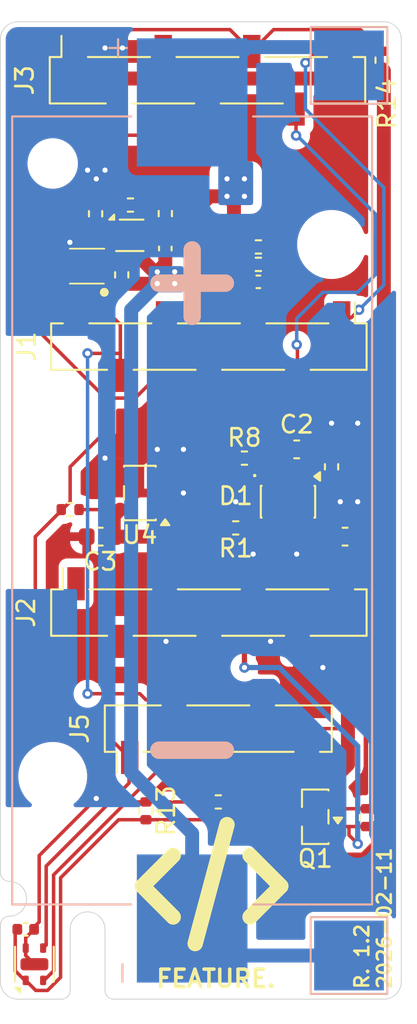
<source format=kicad_pcb>
(kicad_pcb (version 20241229) (generator "pcbnew") (generator_version "9.0")
  (title_block (title "Plant Sensor Breakout Board") (date "2026-02-11") (rev "1.2") (company "FEATURE") (comment 1 "pls sub this took so long good lord"))
  (layers (0 "F.Cu" signal) (2 "B.Cu" signal) (13 "F.Paste" user) (15 "B.Paste" user) (5 "F.SilkS" user "F.Silkscreen") (7 "B.SilkS" user "B.Silkscreen") (1 "F.Mask" user) (3 "B.Mask" user) (25 "Edge.Cuts" user))
  (net 0 "")
  (net 1 "GND")
  (net 2 "Net-(J1-Pin_2)")
  (net 3 "Net-(J1-Pin_7)")
  (net 4 "Net-(J1-Pin_4)")
  (net 5 "Net-(J1-Pin_1)")
  (net 6 "Net-(J2-Pin_4)")
  (net 7 "Net-(J2-Pin_1)")
  (net 8 "Net-(J2-Pin_2)")
  (net 9 "Net-(J2-Pin_3)")
  (net 11 "Net-(U5-BAT)")
  (net 12 "Net-(D1-K)")
  (net 13 "Net-(U2-ISET)")
  (net 14 "Net-(U2-TS)")
  (net 15 "Net-(U5-V-)")
  (net 16 "Net-(D1-A)")
  (net 17 "Net-(U5-Dout)")
  (net 18 "Net-(U5-Cout)")
  (net 21 "/V_{USB}")
  (net 22 "+3V3")
  (net 23 "/3V3_{SW}")
  (net 24 "/BAT_{SENSE}")
  (net 25 "/SDA")
  (net 26 "/SCL")
  (net 27 "/MOSFET_{DRAIN}")
  (net 28 "/BAT+")
  (net 29 "/BAT-")
  (footprint "Library:LED_0402_1005Metric" (layer "F.Cu") (at 137.5 81.5 180)
    (property "Reference" "D1" (at 0 -1.17 0) (layer "F.SilkS"))
    (property "Value" "LED")
    (pad "1" smd roundrect (at -0.485 0 180) (size 0.59 0.64) (layers "F.Cu" "F.Mask" "F.Paste") (net 12 "Net-(D1-K)"))
    (pad "2" smd roundrect (at 0.485 0 180) (size 0.59 0.64) (layers "F.Cu" "F.Mask" "F.Paste") (net 16 "Net-(D1-A)"))
  )
  (footprint "Library:R_0402_1005Metric" (layer "F.Cu") (at 133.46 66.49 90)
    (property "Reference" "R4" (hide yes))
    (property "Value" "330" (hide yes))
    (pad "1" smd roundrect (at -0.51 0 90) (size 0.54 0.64) (layers "F.Cu" "F.Mask" "F.Paste") (net 11 "Net-(U5-BAT)"))
    (pad "2" smd roundrect (at 0.51 0 90) (size 0.54 0.64) (layers "F.Cu" "F.Mask" "F.Paste") (net 28 "/BAT+"))
  )
  (footprint "Library:PinSocket_1x07_P2.54mm_Vertical_SMD_Pin1Right" (layer "F.Cu") (at 135.96 89.35 90)
    (property "Reference" "J2" (at 0 -10.49 90) (layer "F.SilkS"))
    (property "Value" "Lower MCU Socket")
    (pad "1" smd rect (at 1.65 -7.62 90) (size 1.9 1) (layers "F.Cu" "F.Mask" "F.Paste") (net 7 "Net-(J2-Pin_1)"))
    (pad "2" smd rect (at -1.65 -5.08 90) (size 1.9 1) (layers "F.Cu" "F.Mask" "F.Paste") (net 8 "Net-(J2-Pin_2)"))
    (pad "3" smd rect (at 1.65 -2.54 90) (size 1.9 1) (layers "F.Cu" "F.Mask" "F.Paste") (net 9 "Net-(J2-Pin_3)"))
    (pad "4" smd rect (at -1.65 0 90) (size 1.9 1) (layers "F.Cu" "F.Mask" "F.Paste") (net 6 "Net-(J2-Pin_4)"))
    (pad "5" smd rect (at 1.65 2.54 90) (size 1.9 1) (layers "F.Cu" "F.Mask" "F.Paste") (net 22 "+3V3"))
    (pad "6" smd rect (at -1.65 5.08 90) (size 1.9 1) (layers "F.Cu" "F.Mask" "F.Paste") (net 1 "GND"))
    (pad "7" smd rect (at 1.65 7.62 90) (size 1.9 1) (layers "F.Cu" "F.Mask" "F.Paste") (net 21 "/V_{USB}"))
  )
  (footprint "Library:SOT-23-6" (layer "F.Cu") (at 140.5 83 -90)
    (property "Reference" "U2" (hide yes))
    (property "Value" "BQ21040DBV")
    (pad "1" smd roundrect (at -1.1375 -0.95 270) (size 1.325 0.6) (layers "F.Cu" "F.Mask" "F.Paste") (net 14 "Net-(U2-TS)"))
    (pad "2" smd roundrect (at -1.1375 0 270) (size 1.325 0.6) (layers "F.Cu" "F.Mask" "F.Paste") (net 28 "/BAT+"))
    (pad "3" smd roundrect (at -1.1375 0.95 270) (size 1.325 0.6) (layers "F.Cu" "F.Mask" "F.Paste") (net 12 "Net-(D1-K)"))
    (pad "4" smd roundrect (at 1.1375 0.95 270) (size 1.325 0.6) (layers "F.Cu" "F.Mask" "F.Paste") (net 13 "Net-(U2-ISET)"))
    (pad "5" smd roundrect (at 1.1375 0 270) (size 1.325 0.6) (layers "F.Cu" "F.Mask" "F.Paste") (net 1 "GND"))
    (pad "6" smd roundrect (at 1.1375 -0.95 270) (size 1.325 0.6) (layers "F.Cu" "F.Mask" "F.Paste") (net 21 "/V_{USB}"))
  )
  (footprint "Resistor_SMD:R_0402_1005Metric" (layer "F.Cu") (at 132.347357 100.71 90)
    (property "Reference" "R13" (at 0 1.152643 90) (layer "F.SilkS"))
    (property "Value" "10k")
    (pad "1" smd roundrect (at -0.51 0 90) (size 0.54 0.64) (layers "F.Cu" "F.Mask" "F.Paste") (net 23 "/3V3_{SW}"))
    (pad "2" smd roundrect (at 0.51 0 90) (size 0.54 0.64) (layers "F.Cu" "F.Mask" "F.Paste") (net 26 "/SCL"))
  )
  (footprint "Library:WSON-6_1.5x1.5mm_P0.5mm" (layer "F.Cu") (at 131.425 67.735)
    (property "Reference" "U5" (hide yes))
    (property "Value" "BQ29700" (hide yes))
    (pad "1" smd roundrect (at -0.525 -0.5 270) (size 0.28 0.85) (layers "F.Cu" "F.Mask" "F.Paste"))
    (pad "2" smd roundrect (at -0.575 0 270) (size 0.28 0.75) (layers "F.Cu" "F.Mask" "F.Paste") (net 18 "Net-(U5-Cout)"))
    (pad "3" smd roundrect (at -0.575 0.5 270) (size 0.28 0.75) (layers "F.Cu" "F.Mask" "F.Paste") (net 17 "Net-(U5-Dout)"))
    (pad "4" smd roundrect (at 0.575 0.5 270) (size 0.28 0.75) (layers "F.Cu" "F.Mask" "F.Paste") (net 29 "/BAT-"))
    (pad "5" smd roundrect (at 0.575 0 270) (size 0.28 0.75) (layers "F.Cu" "F.Mask" "F.Paste") (net 11 "Net-(U5-BAT)"))
    (pad "6" smd roundrect (at 0.575 -0.5 270) (size 0.28 0.75) (layers "F.Cu" "F.Mask" "F.Paste") (net 15 "Net-(U5-V-)"))
  )
  (footprint "Library:R_0402_1005Metric" (layer "F.Cu") (at 130.96 70 90)
    (property "Reference" "R6" (hide yes))
    (property "Value" "5.1M" (hide yes))
    (pad "1" smd roundrect (at -0.51 0 90) (size 0.54 0.64) (layers "F.Cu" "F.Mask" "F.Paste") (net 29 "/BAT-"))
    (pad "2" smd roundrect (at 0.51 0 90) (size 0.54 0.64) (layers "F.Cu" "F.Mask" "F.Paste") (net 17 "Net-(U5-Dout)"))
  )
  (footprint "Library:C_0603_1608Metric" (layer "F.Cu") (at 141 80)
    (property "Reference" "C2" (at 0 -1.43 0) (layer "F.SilkS"))
    (property "Value" "2.2uF@16v")
    (pad "1" smd roundrect (at -0.775 0) (size 0.9 0.95) (layers "F.Cu" "F.Mask" "F.Paste") (net 28 "/BAT+"))
    (pad "2" smd roundrect (at 0.775 0) (size 0.9 0.95) (layers "F.Cu" "F.Mask" "F.Paste") (net 1 "GND"))
  )
  (footprint "Library:R_0402_1005Metric" (layer "F.Cu") (at 131.46 66 180)
    (property "Reference" "R3" (hide yes))
    (property "Value" "2.2k" (hide yes))
    (pad "1" smd roundrect (at -0.51 0 180) (size 0.54 0.64) (layers "F.Cu" "F.Mask" "F.Paste") (net 15 "Net-(U5-V-)"))
    (pad "2" smd roundrect (at 0.51 0 180) (size 0.54 0.64) (layers "F.Cu" "F.Mask" "F.Paste") (net 1 "GND"))
  )
  (footprint "Library:SOT-23" (layer "F.Cu") (at 142.0625 101.05 180)
    (property "Reference" "Q1" (at 0 -2.4 0) (layer "F.SilkS"))
    (property "Value" "AO3401A" (hide yes))
    (pad "1" smd roundrect (at -0.9375 -0.95 180) (size 1.475 0.6) (layers "F.Cu" "F.Mask" "F.Paste") (net 6 "Net-(J2-Pin_4)"))
    (pad "2" smd roundrect (at -0.9375 0.95 180) (size 1.475 0.6) (layers "F.Cu" "F.Mask" "F.Paste") (net 22 "+3V3"))
    (pad "3" smd roundrect (at 0.9375 0 180) (size 1.475 0.6) (layers "F.Cu" "F.Mask" "F.Paste") (net 23 "/3V3_{SW}"))
  )
  (footprint "Library:C_0402_1005Metric" (layer "F.Cu") (at 125.45 107.5)
    (property "Reference" "C5" (hide yes))
    (property "Value" "100nF@16v" (hide yes))
    (pad "1" smd roundrect (at -0.48 0) (size 0.56 0.62) (layers "F.Cu" "F.Mask" "F.Paste") (net 23 "/3V3_{SW}"))
    (pad "2" smd roundrect (at 0.48 0) (size 0.56 0.62) (layers "F.Cu" "F.Mask" "F.Paste") (net 1 "GND"))
  )
  (footprint "Library:R_0402_1005Metric" (layer "F.Cu") (at 138.8 69.4)
    (property "Reference" "R12" (hide yes))
    (property "Value" "5.1M" (hide yes))
    (pad "1" smd roundrect (at -0.51 0) (size 0.54 0.64) (layers "F.Cu" "F.Mask" "F.Paste") (net 28 "/BAT+"))
    (pad "2" smd roundrect (at 0.51 0) (size 0.54 0.64) (layers "F.Cu" "F.Mask" "F.Paste") (net 24 "/BAT_{SENSE}"))
  )
  (footprint "Library:PinSocket_1x05_P2.54mm_Vertical_SMD_Pin1Left" (layer "F.Cu") (at 136.5 96 90)
    (property "Reference" "J5" (at 0 -7.95 90) (layer "F.SilkS"))
    (property "Value" "5-pin Socket")
    (pad "1" smd rect (at -1.65 -5.08 90) (size 1.9 1) (layers "F.Cu" "F.Mask" "F.Paste") (net 25 "/SDA"))
    (pad "2" smd rect (at 1.65 -2.54 90) (size 1.9 1) (layers "F.Cu" "F.Mask" "F.Paste") (net 26 "/SCL"))
    (pad "3" smd rect (at -1.65 0 90) (size 1.9 1) (layers "F.Cu" "F.Mask" "F.Paste") (net 1 "GND"))
    (pad "4" smd rect (at 1.65 2.54 90) (size 1.9 1) (layers "F.Cu" "F.Mask" "F.Paste"))
    (pad "5" smd rect (at -1.65 5.08 90) (size 1.9 1) (layers "F.Cu" "F.Mask" "F.Paste") (net 23 "/3V3_{SW}"))
  )
  (footprint "Library:PinSocket_1x07_P2.54mm_Vertical_SMD_Pin1Right" (layer "F.Cu") (at 135.88 58.85 90)
    (property "Reference" "J3" (at 0 -10.49 90) (layer "F.SilkS"))
    (property "Value" "Sensor Socket" (hide yes))
    (pad "1" smd rect (at 1.65 -7.62 90) (size 1.9 1) (layers "F.Cu" "F.Mask" "F.Paste") (net 23 "/3V3_{SW}"))
    (pad "2" smd rect (at -1.65 -5.08 90) (size 1.9 1) (layers "F.Cu" "F.Mask" "F.Paste"))
    (pad "3" smd rect (at 1.65 -2.54 90) (size 1.9 1) (layers "F.Cu" "F.Mask" "F.Paste") (net 1 "GND"))
    (pad "4" smd rect (at -1.65 0 90) (size 1.9 1) (layers "F.Cu" "F.Mask" "F.Paste") (net 26 "/SCL"))
    (pad "5" smd rect (at 1.65 2.54 90) (size 1.9 1) (layers "F.Cu" "F.Mask" "F.Paste") (net 25 "/SDA"))
    (pad "6" smd rect (at -1.65 5.08 90) (size 1.9 1) (layers "F.Cu" "F.Mask" "F.Paste") (net 2 "Net-(J1-Pin_2)"))
    (pad "7" smd rect (at 1.65 7.62 90) (size 1.9 1) (layers "F.Cu" "F.Mask" "F.Paste") (net 5 "Net-(J1-Pin_1)"))
  )
  (footprint "Library:R_0402_1005Metric" (layer "F.Cu") (at 138 80.5)
    (property "Reference" "R8" (at 0 -1.17 0) (layer "F.SilkS"))
    (property "Value" "2.2k")
    (pad "1" smd roundrect (at -0.51 0) (size 0.54 0.64) (layers "F.Cu" "F.Mask" "F.Paste") (net 16 "Net-(D1-A)"))
    (pad "2" smd roundrect (at 0.51 0) (size 0.54 0.64) (layers "F.Cu" "F.Mask" "F.Paste") (net 28 "/BAT+"))
  )
  (footprint "Library:C_0402_1005Metric" (layer "F.Cu") (at 133.46 68.49 -90)
    (property "Reference" "C4" (hide yes))
    (property "Value" "100nF@16v" (hide yes))
    (pad "1" smd roundrect (at -0.48 0 270) (size 0.56 0.62) (layers "F.Cu" "F.Mask" "F.Paste") (net 11 "Net-(U5-BAT)"))
    (pad "2" smd roundrect (at 0.48 0 270) (size 0.56 0.62) (layers "F.Cu" "F.Mask" "F.Paste") (net 29 "/BAT-"))
  )
  (footprint "Library:R_0402_1005Metric" (layer "F.Cu") (at 145 101.1 90)
    (property "Reference" "R7" (hide yes))
    (property "Value" "100k")
    (pad "1" smd roundrect (at -0.51 0 90) (size 0.54 0.64) (layers "F.Cu" "F.Mask" "F.Paste") (net 6 "Net-(J2-Pin_4)"))
    (pad "2" smd roundrect (at 0.51 0 90) (size 0.54 0.64) (layers "F.Cu" "F.Mask" "F.Paste") (net 22 "+3V3"))
  )
  (footprint "Library:PinSocket_1x07_P2.54mm_Vertical_SMD_Pin1Left" (layer "F.Cu") (at 135.96 74.11 -90)
    (property "Reference" "J1" (at 0 10.46 90) (layer "F.SilkS"))
    (property "Value" "Upper MCU Socket")
    (pad "1" smd rect (at -1.65 -7.62 270) (size 1.9 1) (layers "F.Cu" "F.Mask" "F.Paste") (net 5 "Net-(J1-Pin_1)"))
    (pad "2" smd rect (at 1.65 -5.08 270) (size 1.9 1) (layers "F.Cu" "F.Mask" "F.Paste") (net 2 "Net-(J1-Pin_2)"))
    (pad "3" smd rect (at -1.65 -2.54 270) (size 1.9 1) (layers "F.Cu" "F.Mask" "F.Paste") (net 24 "/BAT_{SENSE}"))
    (pad "4" smd rect (at 1.65 0 270) (size 1.9 1) (layers "F.Cu" "F.Mask" "F.Paste") (net 4 "Net-(J1-Pin_4)"))
    (pad "5" smd rect (at -1.65 2.54 270) (size 1.9 1) (layers "F.Cu" "F.Mask" "F.Paste") (net 25 "/SDA"))
    (pad "6" smd rect (at 1.65 5.08 270) (size 1.9 1) (layers "F.Cu" "F.Mask" "F.Paste") (net 26 "/SCL"))
    (pad "7" smd rect (at -1.65 7.62 270) (size 1.9 1) (layers "F.Cu" "F.Mask" "F.Paste") (net 3 "Net-(J1-Pin_7)"))
  )
  (footprint "Library:C_0603_1608Metric" (layer "F.Cu") (at 143.775 85)
    (property "Reference" "C1" (hide yes))
    (property "Value" "2.2uF@16v")
    (pad "1" smd roundrect (at -0.775 0) (size 0.9 0.95) (layers "F.Cu" "F.Mask" "F.Paste") (net 21 "/V_{USB}"))
    (pad "2" smd roundrect (at 0.775 0) (size 0.9 0.95) (layers "F.Cu" "F.Mask" "F.Paste") (net 1 "GND"))
  )
  (footprint "Library:C_0402_1005Metric" (layer "F.Cu") (at 138.8 70.4)
    (property "Reference" "C6" (hide yes))
    (property "Value" "100nF@16v" (hide yes))
    (pad "1" smd roundrect (at -0.48 0) (size 0.56 0.62) (layers "F.Cu" "F.Mask" "F.Paste") (net 24 "/BAT_{SENSE}"))
    (pad "2" smd roundrect (at 0.48 0) (size 0.56 0.62) (layers "F.Cu" "F.Mask" "F.Paste") (net 1 "GND"))
  )
  (footprint "Library:C_0603_1608Metric" (layer "F.Cu") (at 129.725 85 180)
    (property "Reference" "C3" (at 0 -1.43 0) (layer "F.SilkS"))
    (property "Value" "2.2uF@16v")
    (pad "1" smd roundrect (at -0.775 0 180) (size 0.9 0.95) (layers "F.Cu" "F.Mask" "F.Paste") (net 22 "+3V3"))
    (pad "2" smd roundrect (at 0.775 0 180) (size 0.9 0.95) (layers "F.Cu" "F.Mask" "F.Paste") (net 1 "GND"))
  )
  (footprint "Library:CSD85301Q2" (layer "F.Cu") (at 128.96 69.5 180)
    (property "Reference" "U6" (hide yes))
    (property "Value" "CSD85301Q2" (hide yes))
    (pad "1" smd rect (at -0.975 -0.65 180) (size 0.45 0.3) (layers "F.Cu" "F.Mask" "F.Paste") (net 29 "/BAT-"))
    (pad "2" smd rect (at -0.975 0 180) (size 0.45 0.3) (layers "F.Cu" "F.Mask" "F.Paste") (net 17 "Net-(U5-Dout)"))
    (pad "3" smd rect (at -0.975 0.65 180) (size 0.45 0.3) (layers "F.Cu" "F.Mask" "F.Paste") (net 27 "/MOSFET_{DRAIN}"))
    (pad "4" smd rect (at 0.975 0.65 180) (size 0.45 0.3) (layers "F.Cu" "F.Mask" "F.Paste") (net 1 "GND"))
    (pad "5" smd rect (at 0.975 0 180) (size 0.45 0.3) (layers "F.Cu" "F.Mask" "F.Paste") (net 18 "Net-(U5-Cout)"))
    (pad "6" smd rect (at 0.975 -0.65 180) (size 0.45 0.3) (layers "F.Cu" "F.Mask" "F.Paste") (net 27 "/MOSFET_{DRAIN}"))
    (pad "7" smd rect (at 0 -0.488 180) (size 0.9 0.625) (layers "F.Cu" "F.Mask" "F.Paste") (net 27 "/MOSFET_{DRAIN}"))
    (pad "8" smd rect (at 0 0.488 180) (size 0.9 0.625) (layers "F.Cu" "F.Mask" "F.Paste") (net 27 "/MOSFET_{DRAIN}"))
  )
  (footprint "Library:R_0402_1005Metric" (layer "F.Cu") (at 138.8 68.4)
    (property "Reference" "R11" (hide yes))
    (property "Value" "5.1M" (hide yes))
    (pad "1" smd roundrect (at -0.51 0) (size 0.54 0.64) (layers "F.Cu" "F.Mask" "F.Paste") (net 24 "/BAT_{SENSE}"))
    (pad "2" smd roundrect (at 0.51 0) (size 0.54 0.64) (layers "F.Cu" "F.Mask" "F.Paste") (net 1 "GND"))
  )
  (footprint "Library:R_0402_1005Metric" (layer "F.Cu") (at 136.5 100.2 180)
    (property "Reference" "R9" (hide yes))
    (property "Value" "3k3" (hide yes))
    (pad "1" smd roundrect (at -0.51 0 180) (size 0.54 0.64) (layers "F.Cu" "F.Mask" "F.Paste") (net 22 "+3V3"))
    (pad "2" smd roundrect (at 0.51 0 180) (size 0.54 0.64) (layers "F.Cu" "F.Mask" "F.Paste") (net 26 "/SCL"))
  )
  (footprint "Library:SOT-23-5" (layer "F.Cu") (at 132 82.5 180)
    (property "Reference" "U4" (at 0 -2.4 0) (layer "F.SilkS"))
    (property "Value" "TPS7A0533PDBV")
    (pad "1" smd roundrect (at -1.1375 -0.95 180) (size 1.325 0.6) (layers "F.Cu" "F.Mask" "F.Paste") (net 28 "/BAT+"))
    (pad "2" smd roundrect (at -1.1375 0 180) (size 1.325 0.6) (layers "F.Cu" "F.Mask" "F.Paste") (net 1 "GND"))
    (pad "3" smd roundrect (at -1.1375 0.95 180) (size 1.325 0.6) (layers "F.Cu" "F.Mask" "F.Paste") (net 28 "/BAT+"))
    (pad "4" smd roundrect (at 1.1375 0.95 180) (size 1.325 0.6) (layers "F.Cu" "F.Mask" "F.Paste") (net 1 "GND"))
    (pad "5" smd roundrect (at 1.1375 -0.95 180) (size 1.325 0.6) (layers "F.Cu" "F.Mask" "F.Paste") (net 22 "+3V3"))
  )
  (footprint "Library:R_0402_1005Metric" (layer "F.Cu") (at 137.5 84.5 180)
    (property "Reference" "R1" (at 0 -1.17 0) (layer "F.SilkS"))
    (property "Value" "1.2k")
    (pad "1" smd roundrect (at -0.51 0 180) (size 0.54 0.64) (layers "F.Cu" "F.Mask" "F.Paste") (net 13 "Net-(U2-ISET)"))
    (pad "2" smd roundrect (at 0.51 0 180) (size 0.54 0.64) (layers "F.Cu" "F.Mask" "F.Paste") (net 1 "GND"))
  )
  (footprint "Library:Sensirion_DFN-4-1EP_2x2mm_P1mm_EP0.7x1.6mm" (layer "F.Cu") (at 125.95 109.5 90)
    (property "Reference" "U7" (hide yes))
    (property "Value" "SHTC3" (hide yes))
    (pad "1" smd roundrect (at -0.925 -0.5 90) (size 0.55 0.35) (layers "F.Cu" "F.Mask") (net 23 "/3V3_{SW}"))
    (pad "2" smd roundrect (at -0.925 0.5 90) (size 0.55 0.35) (layers "F.Cu" "F.Mask") (net 26 "/SCL"))
    (pad "3" smd roundrect (at 0.925 0.5 90) (size 0.55 0.35) (layers "F.Cu" "F.Mask") (net 25 "/SDA"))
    (pad "4" smd roundrect (at 0.925 -0.5 90) (size 0.55 0.35) (layers "F.Cu" "F.Mask") (net 1 "GND"))
    (pad "5" smd roundrect (at 0 0 90) (size 0.7 1.6) (layers "F.Cu" "F.Mask") (net 1 "GND"))
  )
  (footprint "Resistor_SMD:R_0402_1005Metric" (layer "F.Cu") (at 145.9 57.7 90)
    (property "Reference" "R14" (at -2.505458 0.274689 90) (layer "F.SilkS"))
    (property "Value" "10k")
    (pad "1" smd roundrect (at -0.51 0 90) (size 0.54 0.64) (layers "F.Cu" "F.Mask" "F.Paste") (net 23 "/3V3_{SW}"))
    (pad "2" smd roundrect (at 0.51 0 90) (size 0.54 0.64) (layers "F.Cu" "F.Mask" "F.Paste") (net 25 "/SDA"))
  )
  (footprint "Library:R_0402_1005Metric" (layer "F.Cu") (at 129.46 66.5 90)
    (property "Reference" "R5" (hide yes))
    (property "Value" "5.1M" (hide yes))
    (pad "1" smd roundrect (at -0.51 0 90) (size 0.54 0.64) (layers "F.Cu" "F.Mask" "F.Paste") (net 18 "Net-(U5-Cout)"))
    (pad "2" smd roundrect (at 0.51 0 90) (size 0.54 0.64) (layers "F.Cu" "F.Mask" "F.Paste") (net 1 "GND"))
  )
  (footprint "Library:R_0402_1005Metric" (layer "F.Cu") (at 128 83.45 180)
    (property "Reference" "R10" (hide yes))
    (property "Value" "3k3" (hide yes))
    (pad "1" smd roundrect (at -0.51 0 180) (size 0.54 0.64) (layers "F.Cu" "F.Mask" "F.Paste") (net 22 "+3V3"))
    (pad "2" smd roundrect (at 0.51 0 180) (size 0.54 0.64) (layers "F.Cu" "F.Mask" "F.Paste") (net 25 "/SDA"))
  )
  (footprint "Library:R_0402_1005Metric" (layer "F.Cu") (at 143 81 90)
    (property "Reference" "R2" (hide yes))
    (property "Value" "10k")
    (pad "1" smd roundrect (at -0.51 0 90) (size 0.54 0.64) (layers "F.Cu" "F.Mask" "F.Paste") (net 14 "Net-(U2-TS)"))
    (pad "2" smd roundrect (at 0.51 0 90) (size 0.54 0.64) (layers "F.Cu" "F.Mask" "F.Paste") (net 1 "GND"))
  )
  (footprint "TestPoint:TestPoint_Pad_4.0x4.0mm" (layer "B.Cu") (at 144 58 180)
    (property "Reference" "TP1")
    (property "Value" "BAT+")
    (pad "1" smd rect (at 0 0 180) (size 4 4) (layers "B.Cu" "B.Mask") (net 28 "/BAT+"))
  )
  (footprint "Library:BAT_1096" (layer "B.Cu") (at 135 83.5 90)
    (property "Reference" "BT1" (hide yes))
    (property "Value" "1096" (hide yes))
    (pad "" np_thru_hole circle (at -15.24 -8 270) (size 3.45 3.45) (drill 3.45) (layers "*.Cu" "*.Mask"))
    (pad "" np_thru_hole circle (at 15.24 8 270) (size 3.45 3.45) (drill 3.45) (layers "*.Cu" "*.Mask"))
    (pad "" np_thru_hole circle (at 19.88 -8 270) (size 2.39 2.39) (drill 2.39) (layers "*.Cu" "*.Mask"))
    (pad "N" smd rect (at -23.38 0 270) (size 7.34 6.35) (layers "B.Cu" "B.Mask" "B.Paste") (net 29 "/BAT-"))
    (pad "P" smd rect (at 23.38 0 270) (size 7.34 6.35) (layers "B.Cu" "B.Mask" "B.Paste") (net 28 "/BAT+"))
  )
  (footprint "TestPoint:TestPoint_Pad_4.0x4.0mm" (layer "B.Cu") (at 144 109 180)
    (property "Reference" "TP2")
    (property "Value" "BAT-")
    (pad "1" smd rect (at 0 0 180) (size 4 4) (layers "B.Cu" "B.Mask") (net 29 "/BAT-"))
  )
  (gr_line (start 140.086805 105.027777) (end 138.322916 106.791666) (stroke (width 0.881944)) (layer "F.SilkS"))
  (gr_line (start 138.322916 103.263888) (end 140.086805 105.027777) (stroke (width 0.881944)) (layer "F.SilkS"))
  (gr_line (start 132.149306 105.027777) (end 133.913194 106.791666) (stroke (width 0.881944)) (layer "F.SilkS"))
  (gr_line (start 137 101.5) (end 135.17389 108.315136) (stroke (width 0.881944)) (layer "F.SilkS"))
  (gr_line (start 133.913194 103.263888) (end 132.149306 105.027777) (stroke (width 0.881944)) (layer "F.SilkS"))
  (gr_line (start 124 104.25) (end 124 56.5) (stroke (width 0.05)) (layer "Edge.Cuts"))
  (gr_line (start 147 94) (end 147 110.5) (stroke (width 0.05)) (layer "Edge.Cuts"))
  (gr_arc (start 146 55.5) (mid 146.707107 55.792893) (end 147 56.5) (stroke (width 0.05)) (layer "Edge.Cuts"))
  (gr_line (start 124 110.5) (end 124 107.25) (stroke (width 0.05)) (layer "Edge.Cuts"))
  (gr_arc (start 128 107.5) (mid 129 106.5) (end 130 107.5) (stroke (width 0.05)) (layer "Edge.Cuts"))
  (gr_line (start 125 55.5) (end 146 55.5) (stroke (width 0.05)) (layer "Edge.Cuts"))
  (gr_arc (start 124.5 104.75) (mid 125.5 105.75) (end 124.5 106.75) (stroke (width 0.05)) (layer "Edge.Cuts"))
  (gr_arc (start 128 111) (mid 127.853553 111.353553) (end 127.5 111.5) (stroke (width 0.05)) (layer "Edge.Cuts"))
  (gr_arc (start 124 107.25) (mid 124.146447 106.896447) (end 124.5 106.75) (stroke (width 0.05)) (layer "Edge.Cuts"))
  (gr_line (start 128 107.5) (end 128 111) (stroke (width 0.05)) (layer "Edge.Cuts"))
  (gr_arc (start 125 111.5) (mid 124.292893 111.207107) (end 124 110.5) (stroke (width 0.05)) (layer "Edge.Cuts"))
  (gr_line (start 130 107.5) (end 130 111) (stroke (width 0.05)) (layer "Edge.Cuts"))
  (gr_line (start 127.5 111.5) (end 125 111.5) (stroke (width 0.05)) (layer "Edge.Cuts"))
  (gr_line (start 147 94) (end 147 56.5) (stroke (width 0.05)) (layer "Edge.Cuts"))
  (gr_arc (start 124 56.5) (mid 124.292893 55.792893) (end 125 55.5) (stroke (width 0.05)) (layer "Edge.Cuts"))
  (gr_arc (start 124.5 104.75) (mid 124.146447 104.603553) (end 124 104.25) (stroke (width 0.05)) (layer "Edge.Cuts"))
  (gr_line (start 130.5 111.5) (end 146 111.5) (stroke (width 0.05)) (layer "Edge.Cuts"))
  (gr_arc (start 130.5 111.5) (mid 130.146447 111.353553) (end 130 111) (stroke (width 0.05)) (layer "Edge.Cuts"))
  (gr_arc (start 147 110.5) (mid 146.707107 111.207107) (end 146 111.5) (stroke (width 0.05)) (layer "Edge.Cuts"))
  (gr_text "FEATURE." (at 132.834908 110.911953 0) (layer "F.SilkS") (effects (font (size 1 1) (thickness 0.2) (bold yes)) (justify left bottom)))
  (gr_text "R. ${REVISION}\n${ISSUE_DATE}" (at 146.5 111 90) (layer "F.SilkS") (effects (font (size 0.8 0.8) (thickness 0.15) (bold yes)) (justify left bottom)))
  (gr_text "+" (at 135 70.12 0) (layer "B.SilkS") (effects (font (size 5 5) (thickness 1) (bold yes)) (justify mirror)))
  (gr_text "-" (at 135 96.88 0) (layer "B.SilkS") (effects (font (size 5 5) (thickness 1) (bold yes)) (justify mirror)))
  (segment (start 140.5 84.1375) (end 140.5 83.475001) (width 0.5) (layer "F.Cu") (net 1))
  (segment (start 126.223999 103.276001) (end 129.5 100) (width 0.2) (layer "F.Cu") (net 1))
  (segment (start 133.1375 82.5) (end 134.5 82.5) (width 0.5) (layer "F.Cu") (net 1))
  (segment (start 140.5 85.5) (end 141 86) (width 0.5) (layer "F.Cu") (net 1))
  (segment (start 142.51 80) (end 143 80.49) (width 0.8) (layer "F.Cu") (net 1))
  (segment (start 126.223999 107.076001) (end 126.223999 103.276001) (width 0.2) (layer "F.Cu") (net 1))
  (segment (start 133.1375 82.5) (end 132 82.5) (width 0.5) (layer "F.Cu") (net 1))
  (segment (start 140.024999 83) (end 138.5 83) (width 0.5) (layer "F.Cu") (net 1))
  (segment (start 141.775 80) (end 141.775 78.775) (width 0.8) (layer "F.Cu") (net 1))
  (segment (start 125.45 108.575) (end 125.45 107.98) (width 0.2) (layer "F.Cu") (net 1))
  (segment (start 140.5 83.475001) (end 140.975001 83) (width 0.5) (layer "F.Cu") (net 1))
  (segment (start 125.93 107.5) (end 125.93 107.37) (width 0.2) (layer "F.Cu") (net 1))
  (segment (start 132 82.5) (end 130 82.5) (width 0.5) (layer "F.Cu") (net 1))
  (segment (start 139.21 70.42) (end 139.29 70.5) (width 0.2) (layer "F.Cu") (net 1))
  (segment (start 125.93 107.37) (end 126.223999 107.076001) (width 0.2) (layer "F.Cu") (net 1))
  (segment (start 125.45 109) (end 125.95 109.5) (width 0.2) (layer "F.Cu") (net 1))
  (segment (start 144.55 85) (end 144.55 83.05) (width 0.8) (layer "F.Cu") (net 1))
  (segment (start 125.45 108.575) (end 125.45 109) (width 0.2) (layer "F.Cu") (net 1))
  (segment (start 132 82.5) (end 132 80.5) (width 0.5) (layer "F.Cu") (net 1))
  (segment (start 140.5 84.1375) (end 140.5 85.5) (width 0.5) (layer "F.Cu") (net 1))
  (segment (start 141.775 80) (end 142.51 80) (width 0.8) (layer "F.Cu") (net 1))
  (segment (start 141.775 78.775) (end 141.5 78.5) (width 0.8) (layer "F.Cu") (net 1))
  (segment (start 127.985 68.85) (end 127.985 68.136) (width 0.5) (layer "F.Cu") (net 1))
  (segment (start 142.476 83.024) (end 142.5 83) (width 0.5) (layer "F.Cu") (net 1))
  (segment (start 138.5 83) (end 138.524 83.024) (width 0.5) (layer "F.Cu") (net 1))
  (segment (start 138.524 83.024) (end 142.476 83.024) (width 0.5) (layer "F.Cu") (net 1))
  (segment (start 125.45 107.98) (end 125.93 107.5) (width 0.2) (layer "F.Cu") (net 1))
  (segment (start 144.55 83.05) (end 144.5 83) (width 0.8) (layer "F.Cu") (net 1))
  (segment (start 140.975001 83) (end 142.5 83) (width 0.5) (layer "F.Cu") (net 1))
  (segment (start 140.5 83.475001) (end 140.024999 83) (width 0.5) (layer "F.Cu") (net 1))
  (via (at 143 78.5) (size 0.6) (drill 0.3) (layers "F.Cu" "B.Cu") (net 1))
  (via (at 131 57) (size 0.6) (drill 0.3) (layers "F.Cu" "B.Cu") (net 1))
  (via (at 142.5 92.5) (size 0.6) (drill 0.3) (layers "F.Cu" "B.Cu") (net 1))
  (via (at 143.5 83) (size 0.6) (drill 0.3) (layers "F.Cu" "B.Cu") (net 1))
  (via (at 133 80) (size 0.6) (drill 0.3) (layers "F.Cu" "B.Cu") (net 1))
  (via (at 130 64) (size 0.6) (drill 0.3) (layers "F.Cu" "B.Cu") (net 1))
  (via (at 144.5 78.5) (size 0.6) (drill 0.3) (layers "F.Cu" "B.Cu") (net 1))
  (via (at 130 80.5) (size 0.6) (drill 0.3) (layers "F.Cu" "B.Cu") (net 1))
  (via (at 130 57) (size 0.6) (drill 0.3) (layers "F.Cu" "B.Cu") (net 1))
  (via (at 133.5 91) (size 0.6) (drill 0.3) (layers "F.Cu" "B.Cu") (net 1))
  (via (at 144.5 83) (size 0.6) (drill 0.3) (layers "F.Cu" "B.Cu") (net 1))
  (via (at 139.5 91) (size 0.6) (drill 0.3) (layers "F.Cu" "B.Cu") (net 1))
  (via (at 129 64) (size 0.6) (drill 0.3) (layers "F.Cu" "B.Cu") (net 1))
  (via (at 129.5 100) (size 0.6) (drill 0.3) (layers "F.Cu" "B.Cu") (net 1))
  (via (at 129.5 64.5) (size 0.6) (drill 0.3) (layers "F.Cu" "B.Cu") (net 1))
  (via (at 127.985 68.136) (size 0.6) (drill 0.3) (layers "F.Cu" "B.Cu") (net 1))
  (via (at 138.5 86) (size 0.6) (drill 0.3) (layers "F.Cu" "B.Cu") (net 1))
  (via (at 137.5 83) (size 0.6) (drill 0.3) (layers "F.Cu" "B.Cu") (net 1))
  (via (at 134.5 80) (size 0.6) (drill 0.3) (layers "F.Cu" "B.Cu") (net 1))
  (via (at 134.5 82.5) (size 0.6) (drill 0.3) (layers "F.Cu" "B.Cu") (net 1))
  (via (at 141 86) (size 0.6) (drill 0.3) (layers "F.Cu" "B.Cu") (net 1))
  (segment (start 141.04 74.04) (end 141 74) (width 0.2) (layer "F.Cu") (net 2))
  (segment (start 140.96 62.014986) (end 140.963343 62.018329) (width 0.2) (layer "F.Cu") (net 2))
  (segment (start 141.04 75.76) (end 141.04 74.04) (width 0.2) (layer "F.Cu") (net 2))
  (segment (start 140.96 60.5) (end 140.96 62.014986) (width 0.2) (layer "F.Cu") (net 2))
  (via (at 140.963343 62.018329) (size 0.6) (drill 0.3) (layers "F.Cu" "B.Cu") (net 2))
  (via (at 141 74) (size 0.6) (drill 0.3) (layers "F.Cu" "B.Cu") (net 2))
  (segment (start 145 66) (end 145.5 66.5) (width 0.2) (layer "B.Cu") (net 2))
  (segment (start 140.963343 62.018329) (end 141.018329 62.018329) (width 0.2) (layer "B.Cu") (net 2))
  (segment (start 145.5 66.5) (end 145.5 70) (width 0.2) (layer "B.Cu") (net 2))
  (segment (start 141.018329 62.018329) (end 145 66) (width 0.2) (layer "B.Cu") (net 2))
  (segment (start 145.5 70) (end 144.5 71) (width 0.2) (layer "B.Cu") (net 2))
  (segment (start 142.5 71) (end 141 72.5) (width 0.2) (layer "B.Cu") (net 2))
  (segment (start 141 72.5) (end 141 74) (width 0.2) (layer "B.Cu") (net 2))
  (segment (start 144.5 71) (end 142.5 71) (width 0.2) (layer "B.Cu") (net 2))
  (segment (start 142.151 57.2) (end 141.5 57.851) (width 0.2) (layer "F.Cu") (net 5))
  (segment (start 143.5 57.2) (end 142.151 57.2) (width 0.2) (layer "F.Cu") (net 5))
  (segment (start 143.58 72.46) (end 144.120002 72.46) (width 0.2) (layer "F.Cu") (net 5))
  (segment (start 144.120002 72.46) (end 144.580002 72) (width 0.2) (layer "F.Cu") (net 5))
  (via (at 141.5 57.851) (size 0.6) (drill 0.3) (layers "F.Cu" "B.Cu") (net 5))
  (via (at 144.580002 72) (size 0.6) (drill 0.3) (layers "F.Cu" "B.Cu") (net 5))
  (segment (start 146 65) (end 146 70.580002) (width 0.2) (layer "B.Cu") (net 5))
  (segment (start 146 70.580002) (end 144.580002 72) (width 0.2) (layer "B.Cu") (net 5))
  (segment (start 141.5 60.5) (end 146 65) (width 0.2) (layer "B.Cu") (net 5))
  (segment (start 141.5 57.851) (end 141.5 60.5) (width 0.2) (layer "B.Cu") (net 5))
  (segment (start 143.39 101.61) (end 143 102) (width 0.2) (layer "F.Cu") (net 6))
  (segment (start 145 101.61) (end 144 101.61) (width 0.2) (layer "F.Cu") (net 6))
  (segment (start 137.6125 91) (end 135.96 91) (width 0.3) (layer "F.Cu") (net 6))
  (segment (start 144.5 102.6) (end 144 102.1) (width 0.2) (layer "F.Cu") (net 6))
  (segment (start 138 91.3875) (end 137.6125 91) (width 0.3) (layer "F.Cu") (net 6))
  (segment (start 138 92.5) (end 138 91.3875) (width 0.3) (layer "F.Cu") (net 6))
  (segment (start 144 101.61) (end 143.39 101.61) (width 0.2) (layer "F.Cu") (net 6))
  (segment (start 144 102.1) (end 144 101.61) (width 0.2) (layer "F.Cu") (net 6))
  (via (at 144.5 102.6) (size 0.6) (drill 0.3) (layers "F.Cu" "B.Cu") (net 6))
  (via (at 138 92.5) (size 0.6) (drill 0.3) (layers "F.Cu" "B.Cu") (net 6))
  (segment (start 144.5 97) (end 140 92.5) (width 0.3) (layer "B.Cu") (net 6))
  (segment (start 140 92.5) (end 138 92.5) (width 0.3) (layer "B.Cu") (net 6))
  (segment (start 144.5 97) (end 144.5 102.6) (width 0.3) (layer "B.Cu") (net 6))
  (segment (start 133.46 67) (end 133.46 68.01) (width 0.5) (layer "F.Cu") (net 11))
  (segment (start 133.185 67.735) (end 132.258942 67.735) (width 0.3) (layer "F.Cu") (net 11))
  (segment (start 139.1875 81.5) (end 137.985 81.5) (width 0.2) (layer "F.Cu") (net 12))
  (segment (start 139.1875 81.5) (end 139.55 81.8625) (width 0.2) (layer "F.Cu") (net 12))
  (segment (start 139.1875 84.5) (end 139.55 84.1375) (width 0.5) (layer "F.Cu") (net 13))
  (segment (start 138.01 84.5) (end 139.1875 84.5) (width 0.5) (layer "F.Cu") (net 13))
  (segment (start 142.6475 81.8625) (end 143 81.51) (width 0.5) (layer "F.Cu") (net 14))
  (segment (start 141.45 81.8625) (end 142.6475 81.8625) (width 0.5) (layer "F.Cu") (net 14))
  (segment (start 131.96 66) (end 131.96 67.144) (width 0.5) (layer "F.Cu") (net 15))
  (segment (start 131.96 67.144) (end 132 67.144) (width 0.5) (layer "F.Cu") (net 15))
  (segment (start 131.97 66) (end 131.96 66) (width 0.5) (layer "F.Cu") (net 15))
  (segment (start 137.015 80.975) (end 137.49 80.5) (width 0.2) (layer "F.Cu") (net 16))
  (segment (start 137.015 81.5) (end 137.015 80.975) (width 0.2) (layer "F.Cu") (net 16))
  (segment (start 130.96 68.345) (end 130.85 68.235) (width 0.3) (layer "F.Cu") (net 17))
  (segment (start 130.96 69.49) (end 130.96 68.345) (width 0.3) (layer "F.Cu") (net 17))
  (segment (start 129.945 69.49) (end 129.935 69.5) (width 0.3) (layer "F.Cu") (net 17))
  (segment (start 130.96 69.49) (end 129.945 69.49) (width 0.3) (layer "F.Cu") (net 17))
  (segment (start 127.736057 67.535) (end 129.26 67.535) (width 0.2) (layer "F.Cu") (net 18))
  (segment (start 130.85 67.735) (end 129.46 67.735) (width 0.2) (layer "F.Cu") (net 18))
  (segment (start 129.26 67.535) (end 129.46 67.735) (width 0.2) (layer "F.Cu") (net 18))
  (segment (start 127.46 69.5) (end 127.384 69.424) (width 0.2) (layer "F.Cu") (net 18))
  (segment (start 127.384 69.424) (end 127.384 67.887057) (width 0.2) (layer "F.Cu") (net 18))
  (segment (start 129.46 67.735) (end 129.46 67.01) (width 0.2) (layer "F.Cu") (net 18))
  (segment (start 127.46 69.5) (end 127.985 69.5) (width 0.2) (layer "F.Cu") (net 18))
  (segment (start 127.384 67.887057) (end 127.736057 67.535) (width 0.2) (layer "F.Cu") (net 18))
  (segment (start 143 85) (end 142.3125 85) (width 0.8) (layer "F.Cu") (net 21))
  (segment (start 142.3125 85) (end 141.45 84.1375) (width 0.8) (layer "F.Cu") (net 21))
  (segment (start 143.58 87.7) (end 143 87.12) (width 0.8) (layer "F.Cu") (net 21))
  (segment (start 143 87.12) (end 143 85) (width 0.8) (layer "F.Cu") (net 21))
  (segment (start 140.392 87.7) (end 143.9375 91.2455) (width 0.8) (layer "F.Cu") (net 22))
  (segment (start 140 99.5) (end 140 97.178) (width 0.2) (layer "F.Cu") (net 22))
  (segment (start 137.2 87.7) (end 138.5 87.7) (width 0.8) (layer "F.Cu") (net 22))
  (segment (start 130.5 85) (end 134.5 85) (width 0.8) (layer "F.Cu") (net 22))
  (segment (start 143 99) (end 143.9375 98.0625) (width 0.8) (layer "F.Cu") (net 22))
  (segment (start 138.5 87.7) (end 140.392 87.7) (width 0.8) (layer "F.Cu") (net 22))
  (segment (start 143.9375 98.0625) (end 143.9375 96) (width 0.8) (layer "F.Cu") (net 22))
  (segment (start 130.5 83.8125) (end 130.8625 83.45) (width 0.8) (layer "F.Cu") (net 22))
  (segment (start 145 100.59) (end 143.49 100.59) (width 0.2) (layer "F.Cu") (net 22))
  (segment (start 143.49 100.59) (end 143 100.1) (width 0.2) (layer "F.Cu") (net 22))
  (segment (start 140 97.178) (end 141.178 96) (width 0.2) (layer "F.Cu") (net 22))
  (segment (start 137.01 100.2) (end 139.3 100.2) (width 0.2) (layer "F.Cu") (net 22))
  (segment (start 139.3 100.2) (end 140 99.5) (width 0.2) (layer "F.Cu") (net 22))
  (segment (start 141.178 96) (end 143.9375 96) (width 0.2) (layer "F.Cu") (net 22))
  (segment (start 143 99) (end 143 100.1) (width 0.8) (layer "F.Cu") (net 22))
  (segment (start 128.51 83.45) (end 130.8625 83.45) (width 0.2) (layer "F.Cu") (net 22))
  (segment (start 134.5 85) (end 137.2 87.7) (width 0.8) (layer "F.Cu") (net 22))
  (segment (start 130.5 85) (end 130.5 83.8125) (width 0.8) (layer "F.Cu") (net 22))
  (segment (start 143.9375 96) (end 143.9375 91.2455) (width 0.8) (layer "F.Cu") (net 22))
  (segment (start 141.125 101.05) (end 141.125 102.375) (width 0.8) (layer "F.Cu") (net 23))
  (segment (start 139.78 101.22) (end 139.95 101.05) (width 0.2) (layer "F.Cu") (net 23))
  (segment (start 144.874207 103.5) (end 146 102.374207) (width 0.8) (layer "F.Cu") (net 23))
  (segment (start 127.452 110.249848) (end 127.452 104.548) (width 0.2) (layer "F.Cu") (net 23))
  (segment (start 145.359 58.751) (end 129.811 58.751) (width 0.8) (layer "F.Cu") (net 23))
  (segment (start 126.700848 111.001) (end 127.452 110.249848) (width 0.2) (layer "F.Cu") (net 23))
  (segment (start 145.9 58.21) (end 145.359 58.751) (width 0.8) (layer "F.Cu") (net 23))
  (segment (start 141.125 101.05) (end 141.125 98.105) (width 0.8) (layer "F.Cu") (net 23))
  (segment (start 129.811 58.751) (end 128.26 57.2) (width 0.8) (layer "F.Cu") (net 23))
  (segment (start 125.396986 110.425) (end 125.45 110.425) (width 0.2) (layer "F.Cu") (net 23))
  (segment (start 141.125 98.105) (end 141.58 97.65) (width 0.8) (layer "F.Cu") (net 23))
  (segment (start 124.849 109.877014) (end 125.396986 110.425) (width 0.2) (layer "F.Cu") (net 23))
  (segment (start 127.452 104.548) (end 130.78 101.22) (width 0.2) (layer "F.Cu") (net 23))
  (segment (start 126.026 111.001) (end 126.700848 111.001) (width 0.2) (layer "F.Cu") (net 23))
  (segment (start 141.125 102.375) (end 142.25 103.5) (width 0.8) (layer "F.Cu") (net 23))
  (segment (start 139.95 101.05) (end 141.125 101.05) (width 0.2) (layer "F.Cu") (net 23))
  (segment (start 124.97 107.5) (end 124.849 107.621) (width 0.2) (layer "F.Cu") (net 23))
  (segment (start 125.45 110.425) (end 126.026 111.001) (width 0.2) (layer "F.Cu") (net 23))
  (segment (start 142.25 103.5) (end 144.874207 103.5) (width 0.8) (layer "F.Cu") (net 23))
  (segment (start 146 102.374207) (end 146 58.31) (width 0.8) (layer "F.Cu") (net 23))
  (segment (start 130.78 101.22) (end 139.78 101.22) (width 0.2) (layer "F.Cu") (net 23))
  (segment (start 124.849 107.621) (end 124.849 109.877014) (width 0.2) (layer "F.Cu") (net 23))
  (segment (start 146 58.31) (end 145.9 58.21) (width 0.8) (layer "F.Cu") (net 23))
  (segment (start 138.32 70.39) (end 139.31 69.4) (width 0.2) (layer "F.Cu") (net 24))
  (segment (start 138.5 70.58) (end 138.32 70.4) (width 0.2) (layer "F.Cu") (net 24))
  (segment (start 138.32 70.5) (end 138.32 70.49) (width 0.2) (layer "F.Cu") (net 24))
  (segment (start 138.31 68.4) (end 139.31 69.4) (width 0.2) (layer "F.Cu") (net 24))
  (segment (start 138.29 68.5) (end 138.31 68.5) (width 0.2) (layer "F.Cu") (net 24))
  (segment (start 138.5 72.46) (end 138.5 70.58) (width 0.2) (layer "F.Cu") (net 24))
  (segment (start 130.029 77.061) (end 126.432 73.464) (width 0.2) (layer "F.Cu") (net 25))
  (segment (start 126.624999 108.400001) (end 126.624999 103.875001) (width 0.2) (layer "F.Cu") (net 25))
  (segment (start 124.903 65.769429) (end 124.903 58.505) (width 0.2) (layer "F.Cu") (net 25))
  (segment (start 126.624999 103.875001) (end 131.38 99.12) (width 0.2) (layer "F.Cu") (net 25))
  (segment (start 137.169 55.949) (end 138.42 57.2) (width 0.2) (layer "F.Cu") (net 25))
  (segment (start 128 83) (end 128 81) (width 0.2) (layer "F.Cu") (net 25))
  (segment (start 130.029 78.971) (end 130.029 77.061) (width 0.2) (layer "F.Cu") (net 25))
  (segment (start 124.903 58.505) (end 127.459 55.949) (width 0.2) (layer "F.Cu") (net 25))
  (segment (start 126.45 108.575) (end 126.624999 108.400001) (width 0.2) (layer "F.Cu") (net 25))
  (segment (start 130.029 77.061) (end 131.731 77.061) (width 0.2) (layer "F.Cu") (net 25))
  (segment (start 126.432 67.29843) (end 124.903 65.769429) (width 0.2) (layer "F.Cu") (net 25))
  (segment (start 126 85) (end 128 83) (width 0.2) (layer "F.Cu") (net 25))
  (segment (start 139.671 55.949) (end 144.659 55.949) (width 0.2) (layer "F.Cu") (net 25))
  (segment (start 144.659 55.949) (end 145.9 57.19) (width 0.2) (layer "F.Cu") (net 25))
  (segment (start 131.38 99.12) (end 131.38 97.65) (width 0.2) (layer "F.Cu") (net 25))
  (segment (start 128 81) (end 130.029 78.971) (width 0.2) (layer "F.Cu") (net 25))
  (segment (start 126.432 73.464) (end 126.432 67.29843) (width 0.2) (layer "F.Cu") (net 25))
  (segment (start 133.42 75.372) (end 133.42 72.46) (width 0.2) (layer "F.Cu") (net 25))
  (segment (start 131.38 97.65) (end 126 92.27) (width 0.2) (layer "F.Cu") (net 25))
  (segment (start 131.731 77.061) (end 133.42 75.372) (width 0.2) (layer "F.Cu") (net 25))
  (segment (start 126 92.27) (end 126 85) (width 0.2) (layer "F.Cu") (net 25))
  (segment (start 138.42 57.2) (end 139.671 55.949) (width 0.2) (layer "F.Cu") (net 25))
  (segment (start 127.459 55.949) (end 137.169 55.949) (width 0.2) (layer "F.Cu") (net 25))
  (segment (start 126.933 67.090909) (end 126.933 70.175) (width 0.2) (layer "F.Cu") (net 26))
  (segment (start 125.404 62.958915) (end 126.362915 62) (width 0.2) (layer "F.Cu") (net 26))
  (segment (start 135.99 100.2) (end 131.3 100.2) (width 0.2) (layer "F.Cu") (net 26))
  (segment (start 130.88 72.848) (end 130.88 74.5) (width 0.2) (layer "F.Cu") (net 26))
  (segment (start 130.88 74.5) (end 130.88 75.76) (width 0.2) (layer "F.Cu") (net 26))
  (segment (start 132 94) (end 129 94) (width 0.2) (layer "F.Cu") (net 26))
  (segment (start 125.404 65.561909) (end 126.933 67.090909) (width 0.2) (layer "F.Cu") (net 26))
  (segment (start 126.45 110.425) (end 126.503014 110.425) (width 0.2) (layer "F.Cu") (net 26))
  (segment (start 125.404 62.958915) (end 125.404 65.561909) (width 0.2) (layer "F.Cu") (net 26))
  (segment (start 128.6835 70.6515) (end 130.88 72.848) (width 0.2) (layer "F.Cu") (net 26))
  (segment (start 127.051 109.877014) (end 127.051 104.3819) (width 0.2) (layer "F.Cu") (net 26))
  (segment (start 126.933 70.175) (end 127.4095 70.6515) (width 0.2) (layer "F.Cu") (net 26))
  (segment (start 131.3 100.2) (end 131.26645 100.16645) (width 0.2) (layer "F.Cu") (net 26))
  (segment (start 126.503014 110.425) (end 127.051 109.877014) (width 0.2) (layer "F.Cu") (net 26))
  (segment (start 129 74.5) (end 130.88 74.5) (width 0.2) (layer "F.Cu") (net 26))
  (segment (start 127.051 104.3819) (end 131.26645 100.16645) (width 0.2) (layer "F.Cu") (net 26))
  (segment (start 133.92 97.5129) (end 133.92 94.35) (width 0.2) (layer "F.Cu") (net 26))
  (segment (start 131.26645 100.16645) (end 133.92 97.5129) (width 0.2) (layer "F.Cu") (net 26))
  (segment (start 132.35 94.35) (end 132 94) (width 0.2) (layer "F.Cu") (net 26))
  (segment (start 134.38 62) (end 135.88 60.5) (width 0.2) (layer "F.Cu") (net 26))
  (segment (start 126.362915 62) (end 134.38 62) (width 0.2) (layer "F.Cu") (net 26))
  (segment (start 133.92 94.35) (end 132.35 94.35) (width 0.2) (layer "F.Cu") (net 26))
  (segment (start 127.4095 70.6515) (end 128.6835 70.6515) (width 0.2) (layer "F.Cu") (net 26))
  (via (at 129 94) (size 0.6) (drill 0.3) (layers "F.Cu" "B.Cu") (net 26))
  (via (at 129 74.5) (size 0.6) (drill 0.3) (layers "F.Cu" "B.Cu") (net 26))
  (segment (start 129 74.5) (end 129 94) (width 0.2) (layer "B.Cu") (net 26))
  (segment (start 128.798 70.15) (end 128.96 69.988) (width 0.3) (layer "F.Cu") (net 27))
  (segment (start 127.985 70.15) (end 128.798 70.15) (width 0.3) (layer "F.Cu") (net 27))
  (segment (start 128.96 69.865926) (end 129.021037 69.926963) (width 0.8) (layer "F.Cu") (net 27))
  (segment (start 128.96 69.012) (end 128.96 69.865926) (width 0.8) (layer "F.Cu") (net 27))
  (segment (start 129.122 68.85) (end 128.96 69.012) (width 0.3) (layer "F.Cu") (net 27))
  (segment (start 129.935 68.85) (end 129.122 68.85) (width 0.3) (layer "F.Cu") (net 27))
  (segment (start 136 65.5) (end 137 65.5) (width 0.8) (layer "F.Cu") (net 28))
  (segment (start 137.399 75.399) (end 137.399 69.5) (width 0.8) (layer "F.Cu") (net 28))
  (segment (start 137.399 65.899) (end 137 65.5) (width 0.8) (layer "F.Cu") (net 28))
  (segment (start 135.45 82.824207) (end 135.45 81.55) (width 0.8) (layer "F.Cu") (net 28))
  (segment (start 136.485 80.515) (end 136.485 80.140396) (width 0.8) (layer "F.Cu") (net 28))
  (segment (start 133.1375 81.55) (end 135.45 81.55) (width 0.8) (layer "F.Cu") (net 28))
  (segment (start 138.19 69.4) (end 137.399 69.4) (width 0.2) (layer "F.Cu") (net 28))
  (segment (start 138.51 80.5) (end 139.725 80.5) (width 0.2) (layer "F.Cu") (net 28))
  (segment (start 133.46 65.98) (end 135.52 65.98) (width 0.8) (layer "F.Cu") (net 28))
  (segment (start 139.725 79.5) (end 140.225 80) (width 0.8) (layer "F.Cu") (net 28))
  (segment (start 134.824207 83.45) (end 135.45 82.824207) (width 0.8) (layer "F.Cu") (net 28))
  (segment (start 135.45 81.55) (end 136.485 80.515) (width 0.8) (layer "F.Cu") (net 28))
  (segment (start 136.485 80.140396) (end 137.125396 79.5) (width 0.8) (layer "F.Cu") (net 28))
  (segment (start 133.1375 83.45) (end 134.824207 83.45) (width 0.8) (layer "F.Cu") (net 28))
  (segment (start 135.52 65.98) (end 136 65.5) (width 0.8) (layer "F.Cu") (net 28))
  (segment (start 137.399 69.5) (end 137.399 65.899) (width 0.8) (layer "F.Cu") (net 28))
  (segment (start 138.5 76.5) (end 137.399 75.399) (width 0.8) (layer "F.Cu") (net 28))
  (segment (start 140.5 80.275) (end 140.225 80) (width 0.8) (layer "F.Cu") (net 28))
  (segment (start 140.5 81.8625) (end 140.5 80.275) (width 0.8) (layer "F.Cu") (net 28))
  (segment (start 137.125396 79.5) (end 138.5 79.5) (width 0.8) (layer "F.Cu") (net 28))
  (segment (start 139.725 80.5) (end 140.225 80) (width 0.2) (layer "F.Cu") (net 28))
  (segment (start 138.5 79.5) (end 138.5 76.5) (width 0.8) (layer "F.Cu") (net 28))
  (segment (start 138.5 79.5) (end 139.725 79.5) (width 0.8) (layer "F.Cu") (net 28))
  (via (at 138 64.5) (size 0.6) (drill 0.3) (layers "F.Cu" "B.Cu") (net 28))
  (via (at 137 65.5) (size 0.6) (drill 0.3) (layers "F.Cu" "B.Cu") (net 28))
  (via (at 137 64.5) (size 0.6) (drill 0.3) (layers "F.Cu" "B.Cu") (net 28))
  (via (at 138 65.5) (size 0.6) (drill 0.3) (layers "F.Cu" "B.Cu") (net 28))
  (segment (start 138.17 56.95) (end 135 60.12) (width 0.8) (layer "B.Cu") (net 28))
  (segment (start 142.95 56.95) (end 138.17 56.95) (width 0.8) (layer "B.Cu") (net 28))
  (segment (start 144 58) (end 142.95 56.95) (width 0.8) (layer "B.Cu") (net 28))
  (segment (start 130.96 70.51) (end 132.99 70.51) (width 0.8) (layer "F.Cu") (net 29))
  (segment (start 130.96 70.51) (end 130.295 70.51) (width 0.8) (layer "F.Cu") (net 29))
  (segment (start 130.295 70.51) (end 130.036 70.251) (width 0.8) (layer "F.Cu") (net 29))
  (segment (start 132 69) (end 132 68.486) (width 0.8) (layer "F.Cu") (net 29))
  (segment (start 133.46 68.97) (end 133.46 69.371667) (width 0.8) (layer "F.Cu") (net 29))
  (segment (start 133.46 69.371667) (end 133.001264 69.830403) (width 0.8) (layer "F.Cu") (net 29))
  (segment (start 132.830403 69.830403) (end 132 69) (width 0.8) (layer "F.Cu") (net 29))
  (segment (start 130.036 70.251) (end 130.022037 70.251) (width 0.8) (layer "F.Cu") (net 29))
  (via (at 134 70.5) (size 0.6) (drill 0.3) (layers "F.Cu" "B.Cu") (net 29))
  (via (at 133.001264 69.830403) (size 0.6) (drill 0.3) (layers "F.Cu" "B.Cu") (net 29))
  (via (at 133 70.5) (size 0.6) (drill 0.3) (layers "F.Cu" "B.Cu") (net 29))
  (via (at 134 69.827262) (size 0.6) (drill 0.3) (layers "F.Cu" "B.Cu") (net 29))
  (segment (start 135 102) (end 135 106.88) (width 0.8) (layer "B.Cu") (net 29))
  (segment (start 131.5 98.5) (end 135 102) (width 0.8) (layer "B.Cu") (net 29))
  (segment (start 131.5 72) (end 133 70.5) (width 0.8) (layer "B.Cu") (net 29))
  (segment (start 137.12 109) (end 135 106.88) (width 0.8) (layer "B.Cu") (net 29))
  (segment (start 144 109) (end 137.12 109) (width 0.8) (layer "B.Cu") (net 29))
  (segment (start 131.5 72) (end 131.5 98.5) (width 0.8) (layer "B.Cu") (net 29))
  (zone (net 1) (net_name "GND") (layer "F.Cu") (priority 5) (connect_pads yes (clearance 0.5)) (min_thickness 0.25) (fill yes (thermal_gap 0.5) (thermal_bridge_width 0.5))
    (polygon (pts (xy 129.5 80.5) (xy 132 80.5) (xy 132 82.5) (xy 129.5 82.5)))
  )
  (zone (net 28) (net_name "/BAT+") (layer "F.Cu") (name "BAT+") (priority 1) (connect_pads (clearance 0.5)) (min_thickness 0.25) (fill yes (thermal_gap 0.5) (thermal_bridge_width 0.5))
    (polygon (pts (xy 136.5 66) (xy 138.5 66) (xy 138.5 64) (xy 136.5 64)))
  )
  (zone (net 0) (net_name "") (layer "F.Cu") (connect_pads (clearance 0)) (min_thickness 0.25)
    (keepout (tracks allowed) (vias allowed) (pads allowed) (copperpour not_allowed) (footprints allowed))
    (fill (thermal_gap 0.5) (thermal_bridge_width 0.5))
    (polygon (pts (xy 124 73.5) (xy 126.5 73.5) (xy 130 77) (xy 130 79) (xy 128 81) (xy 128 83) (xy 126 85) (xy 126 88) (xy 124 88)))
  )
  (zone (net 0) (net_name "") (layer "F.Cu") (name "Thermal Isolation Keep Out F") (connect_pads (clearance 0)) (min_thickness 0.25)
    (keepout (tracks allowed) (vias allowed) (pads allowed) (copperpour not_allowed) (footprints allowed))
    (fill (thermal_gap 0.5) (thermal_bridge_width 0.5))
    (polygon (pts (xy 132 100.5) (xy 132 111.5) (xy 124 111.5) (xy 124 100.5)))
  )
  (zone (net 29) (net_name "/BAT-") (layer "F.Cu") (priority 1) (connect_pads (clearance 0.5)) (min_thickness 0.25) (fill yes (thermal_gap 0.5) (thermal_bridge_width 0.5))
    (polygon (pts (xy 132.5 69.5) (xy 134.5 69.5) (xy 134.5 71) (xy 132.5 71)))
  )
  (zone (net 1) (net_name "GND") (layer "F.Cu") (name "BAT+") (connect_pads (clearance 0.5)) (min_thickness 0.25) (fill yes (thermal_gap 0.5) (thermal_bridge_width 0.5))
    (polygon (pts (xy 124 55.5) (xy 147 55.5) (xy 147 111.5) (xy 124 111.5)))
  )
  (zone (net 29) (net_name "/BAT-") (layer "B.Cu") (name "BAT+") (priority 4) (connect_pads yes (clearance 0.5)) (min_thickness 0.25) (fill yes (thermal_gap 0.5) (thermal_bridge_width 0.5))
    (polygon (pts (xy 134.5 69.5) (xy 132.5 69.5) (xy 132.5 71) (xy 134.5 71)))
  )
  (zone (net 0) (net_name "") (layer "B.Cu") (name "Thermal Isolation Keep Out") (connect_pads (clearance 0)) (min_thickness 0.25)
    (keepout (tracks allowed) (vias allowed) (pads allowed) (copperpour not_allowed) (footprints allowed))
    (fill (thermal_gap 0.5) (thermal_bridge_width 0.5))
    (polygon (pts (xy 124 111.5) (xy 132.5 111.5) (xy 132.5 100.5) (xy 124 100.5)))
  )
  (zone (net 28) (net_name "/BAT+") (layer "B.Cu") (name "BAT+") (priority 3) (connect_pads yes (clearance 0.5)) (min_thickness 0.25) (fill yes (thermal_gap 0.5) (thermal_bridge_width 0.5))
    (polygon (pts (xy 138.5 63.5) (xy 136.5 63.5) (xy 136.5 66) (xy 138.5 66)))
  )
  (zone (net 0) (net_name "") (layer "B.Cu") (name "Radio Keep Out") (connect_pads (clearance 0)) (min_thickness 0.25)
    (keepout (tracks allowed) (vias allowed) (pads allowed) (copperpour not_allowed) (footprints allowed))
    (fill (thermal_gap 0.5) (thermal_bridge_width 0.5))
    (polygon (pts (xy 124 73.5) (xy 129 73.5) (xy 129 88) (xy 124 88)))
  )
  (zone (net 1) (net_name "GND") (layer "B.Cu") (priority 2) (connect_pads (clearance 0.5)) (min_thickness 0.25) (fill yes (thermal_gap 0.5) (thermal_bridge_width 0.5))
    (polygon (pts (xy 147 55.5) (xy 124 55.5) (xy 124 111.5) (xy 147 111.5)))
  )
)
</source>
